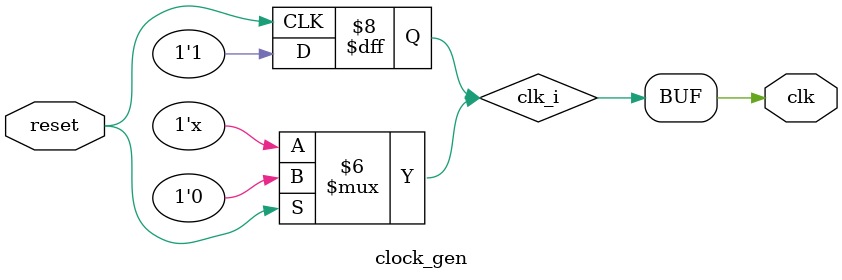
<source format=v>
`timescale 1ns / 1ps


module clock_gen ( 
   output wire clk,
   input  wire reset
);

   parameter param_clock_half_period = 50;
   parameter param_time_end_of_sim   = 25000000;
  
   reg clk_i;

   // clock generation
   initial begin
     {clk_i} <= 1'b0;
    //#(param_time_end_of_sim) $finish;
   end
   //end initial

   always @(negedge reset) begin
      $display("Initial set clock to 1 after reset");
      clk_i <= 1'b1;
   end

   always #(param_clock_half_period) begin
      if (reset) begin
         //$display("Something noted in the clock, reset still set, clk_i<=0");
         clk_i <= 1'b0;
      end else begin
        {clk_i} <= ~clk_i;
       //$display("Something noted in the clock, clk_i now %0d, clk is %0d",clk_i,clk);
      end
   end

   // outputs --
   assign {clk}=clk_i;
   //--
endmodule

</source>
